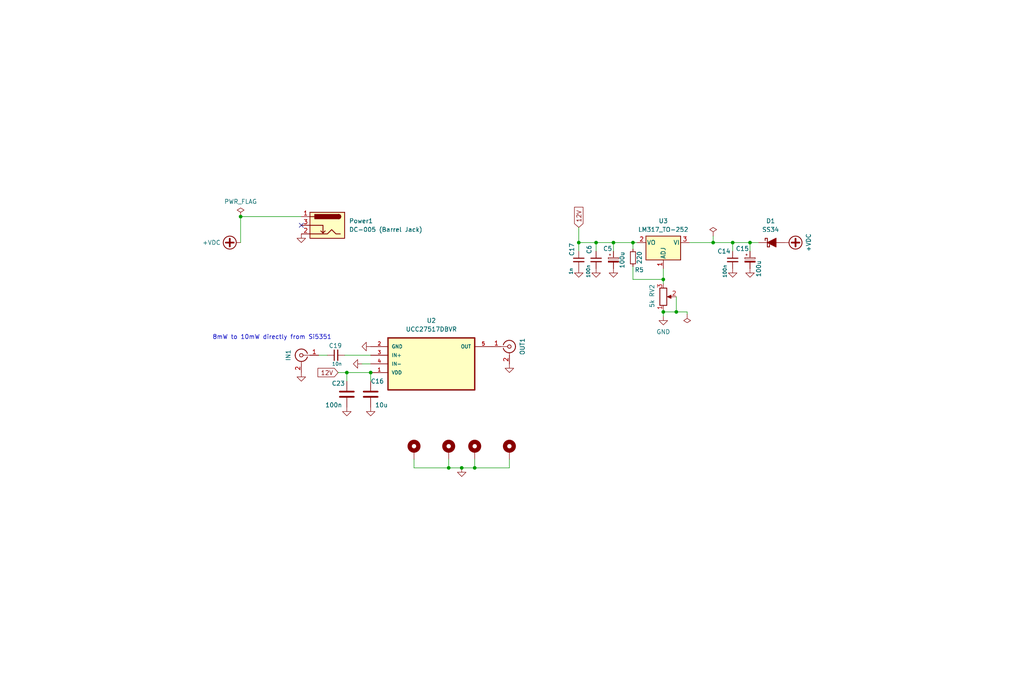
<source format=kicad_sch>
(kicad_sch (version 20230121) (generator eeschema)
  (paper "User" 299.999 200)
  (title_block (title "Easy-PA-With-TR-Switch") (date "2023-11-05") (rev "Revision 7.1") (company "Author: Dhiru Kholia (VU3CER)") (comment 1 "Designed for https://github.com/kholia/Easy-Digital-Beacons-v1 project") (comment 2 "Motivation: We need usable power on the 10m band!") (comment 3 "Based on designs from Henning Paul"))
  (lib_symbols
    (symbol "+VDC_1" (power) (pin_names (offset 0))
      (property "Value" "+VDC_1" (at 0 6.35 0))
      (symbol "+VDC_1_0_1"
        (polyline (pts (xy -1.143 3.175) (xy 1.143 3.175)) (stroke (width 0.508)))
        (polyline (pts (xy 0 0) (xy 0 1.27)))
        (polyline (pts (xy 0 2.032) (xy 0 4.318)) (stroke (width 0.508)))
        (circle (center 0 3.175) (radius 1.905) (stroke (width 0.254)))
      )
      (symbol "+VDC_1_1_1"
        (pin power_in line (at 0 0 90) (length 0) hide (name "+VDC") (number "1"))
      )
    )
    (symbol "Connector:Barrel_Jack_Switch" (pin_names hide)
      (property "Reference" "J" (at 0 5.334 0))
      (property "Value" "Barrel_Jack_Switch" (at 0 -5.08 0))
      (symbol "Barrel_Jack_Switch_0_1"
        (rectangle (start -5.08 3.81) (end 5.08 -3.81) (stroke (width 0.254)) (fill (type background)))
        (arc (start -3.302 3.175) (mid -3.9343 2.54) (end -3.302 1.905) (stroke (width 0.254)))
        (arc (start -3.302 3.175) (mid -3.9343 2.54) (end -3.302 1.905) (stroke (width 0.254)) (fill (type outline)))
        (polyline (pts (xy 1.27 -2.286) (xy 1.905 -1.651)) (stroke (width 0.254)))
        (polyline (pts (xy 5.08 2.54) (xy 3.81 2.54)) (stroke (width 0.254)))
        (polyline (pts (xy 5.08 0) (xy 1.27 0) (xy 1.27 -2.286) (xy 0.635 -1.651)) (stroke (width 0.254)))
        (polyline (pts (xy -3.81 -2.54) (xy -2.54 -2.54) (xy -1.27 -1.27) (xy 0 -2.54) (xy 2.54 -2.54) (xy 5.08 -2.54)) (stroke (width 0.254)))
        (rectangle (start 3.683 3.175) (end -3.302 1.905) (stroke (width 0.254)) (fill (type outline)))
      )
      (symbol "Barrel_Jack_Switch_1_1"
        (pin passive line (at 7.62 2.54 180) (length 2.54) (name "~") (number "1"))
        (pin passive line (at 7.62 -2.54 180) (length 2.54) (name "~") (number "2"))
        (pin passive line (at 7.62 0 180) (length 2.54) (name "~") (number "3"))
      )
    )
    (symbol "Connector:Conn_Coaxial" (pin_names (offset 1.016) hide)
      (property "Reference" "J" (at 0.254 3.048 0))
      (property "Value" "Conn_Coaxial" (at 2.921 0 90))
      (symbol "Conn_Coaxial_0_1"
        (arc (start -1.778 -0.508) (mid 0.222 -1.808) (end 1.778 0) (stroke (width 0.254)))
        (polyline (pts (xy -2.54 0) (xy -0.508 0)))
        (polyline (pts (xy 0 -2.54) (xy 0 -1.778)))
        (circle (center 0 0) (radius 0.508) (stroke (width 0.2032)))
        (arc (start 1.778 0) (mid 0.222 1.8083) (end -1.778 0.508) (stroke (width 0.254)))
      )
      (symbol "Conn_Coaxial_1_1"
        (pin passive line (at -5.08 0 0) (length 2.54) (name "In") (number "1"))
        (pin passive line (at 0 -5.08 90) (length 2.54) (name "Ext") (number "2"))
      )
    )
    (symbol "Device:C" (pin_numbers hide) (pin_names (offset 0.254))
      (property "Reference" "C" (at 0.635 2.54 0))
      (property "Value" "C" (at 0.635 -2.54 0))
      (symbol "C_0_1"
        (polyline (pts (xy -2.032 -0.762) (xy 2.032 -0.762)) (stroke (width 0.508)))
        (polyline (pts (xy -2.032 0.762) (xy 2.032 0.762)) (stroke (width 0.508)))
      )
      (symbol "C_1_1"
        (pin passive line (at 0 3.81 270) (length 2.794) (name "~") (number "1"))
        (pin passive line (at 0 -3.81 90) (length 2.794) (name "~") (number "2"))
      )
    )
    (symbol "Device:C_Polarized_Small" (pin_numbers hide) (pin_names (offset 0.254) hide)
      (property "Reference" "C" (at 0.254 1.778 0))
      (property "Value" "C_Polarized_Small" (at 0.254 -2.032 0))
      (symbol "C_Polarized_Small_0_1"
        (rectangle (start -1.524 -0.3048) (end 1.524 -0.6858) (fill (type outline)))
        (rectangle (start -1.524 0.6858) (end 1.524 0.3048))
        (polyline (pts (xy -1.27 1.524) (xy -0.762 1.524)))
        (polyline (pts (xy -1.016 1.27) (xy -1.016 1.778)))
      )
      (symbol "C_Polarized_Small_1_1"
        (pin passive line (at 0 2.54 270) (length 1.8542) (name "~") (number "1"))
        (pin passive line (at 0 -2.54 90) (length 1.8542) (name "~") (number "2"))
      )
    )
    (symbol "Device:C_Small" (pin_numbers hide) (pin_names (offset 0.254) hide)
      (property "Reference" "C" (at 0.254 1.778 0))
      (property "Value" "C_Small" (at 0.254 -2.032 0))
      (symbol "C_Small_0_1"
        (polyline (pts (xy -1.524 -0.508) (xy 1.524 -0.508)) (stroke (width 0.3302)))
        (polyline (pts (xy -1.524 0.508) (xy 1.524 0.508)) (stroke (width 0.3048)))
      )
      (symbol "C_Small_1_1"
        (pin passive line (at 0 2.54 270) (length 2.032) (name "~") (number "1"))
        (pin passive line (at 0 -2.54 90) (length 2.032) (name "~") (number "2"))
      )
    )
    (symbol "Device:R_Potentiometer" (pin_names (offset 1.016) hide)
      (property "Reference" "RV" (at -4.445 0 90))
      (property "Value" "R_Potentiometer" (at -2.54 0 90))
      (symbol "R_Potentiometer_0_1"
        (polyline (pts (xy 2.54 0) (xy 1.524 0)))
        (polyline (pts (xy 1.143 0) (xy 2.286 0.508) (xy 2.286 -0.508) (xy 1.143 0)) (fill (type outline)))
        (rectangle (start 1.016 2.54) (end -1.016 -2.54) (stroke (width 0.254)))
      )
      (symbol "R_Potentiometer_1_1"
        (pin passive line (at 0 3.81 270) (length 1.27) (name "1") (number "1"))
        (pin passive line (at 3.81 0 180) (length 1.27) (name "2") (number "2"))
        (pin passive line (at 0 -3.81 90) (length 1.27) (name "3") (number "3"))
      )
    )
    (symbol "Device:R_Small" (pin_numbers hide) (pin_names (offset 0.254) hide)
      (property "Reference" "R" (at 0.762 0.508 0))
      (property "Value" "R_Small" (at 0.762 -1.016 0))
      (symbol "R_Small_0_1"
        (rectangle (start -0.762 1.778) (end 0.762 -1.778) (stroke (width 0.2032)))
      )
      (symbol "R_Small_1_1"
        (pin passive line (at 0 2.54 270) (length 0.762) (name "~") (number "1"))
        (pin passive line (at 0 -2.54 90) (length 0.762) (name "~") (number "2"))
      )
    )
    (symbol "Mechanical:MountingHole_Pad" (pin_numbers hide) (pin_names (offset 1.016) hide)
      (property "Reference" "H" (at 0 6.35 0))
      (property "Value" "MountingHole_Pad" (at 0 4.445 0))
      (symbol "MountingHole_Pad_0_1"
        (circle (center 0 1.27) (radius 1.27) (stroke (width 1.27)))
      )
      (symbol "MountingHole_Pad_1_1"
        (pin input line (at 0 -2.54 90) (length 2.54) (name "1") (number "1"))
      )
    )
    (symbol "PCM_Diode_Schottky_AKL:SS34" (pin_numbers hide) (pin_names (offset 1.016) hide)
      (property "Reference" "D" (at 0 5.08 0))
      (property "Value" "SS34" (at 0 2.54 0))
      (symbol "SS34_0_1"
        (polyline (pts (xy -1.27 0) (xy 1.27 0)))
        (polyline (pts (xy -1.27 -1.27) (xy -1.27 1.27) (xy 1.27 0) (xy -1.27 -1.27)) (stroke (width 0.254)) (fill (type outline)))
        (polyline (pts (xy 1.905 -0.635) (xy 1.905 -1.27) (xy 1.27 -1.27) (xy 1.27 1.27) (xy 0.635 1.27) (xy 0.635 0.635)) (stroke (width 0.254)))
      )
      (symbol "SS34_1_1"
        (pin passive line (at 3.81 0 180) (length 2.54) (name "K") (number "1"))
        (pin passive line (at -3.81 0 0) (length 2.54) (name "A") (number "2"))
      )
    )
    (symbol "Regulator_Linear:LM317_TO-252" (pin_names (offset 0.254))
      (property "Reference" "U" (at -3.81 3.175 0))
      (property "Value" "LM317_TO-252" (at 0 3.175 0))
      (symbol "LM317_TO-252_0_1"
        (rectangle (start -5.08 1.905) (end 5.08 -5.08) (stroke (width 0.254)) (fill (type background)))
      )
      (symbol "LM317_TO-252_1_1"
        (pin input line (at 0 -7.62 90) (length 2.54) (name "ADJ") (number "1"))
        (pin power_out line (at 7.62 0 180) (length 2.54) (name "VO") (number "2"))
        (pin power_in line (at -7.62 0 0) (length 2.54) (name "VI") (number "3"))
      )
    )
    (symbol "UCC27517DBVR:UCC27517DBVR" (pin_names (offset 1.016))
      (property "Reference" "U" (at -12.7 8.62 0))
      (property "Value" "UCC27517DBVR" (at -12.7 -11.62 0))
      (symbol "UCC27517DBVR_0_0"
        (rectangle (start -12.7 -7.62) (end 12.7 7.62) (stroke (width 0.41)) (fill (type background)))
        (pin input line (at -17.78 -2.54 0) (length 5.08) (name "VDD") (number "1"))
        (pin input line (at -17.78 5.08 0) (length 5.08) (name "GND") (number "2"))
        (pin input line (at -17.78 2.54 0) (length 5.08) (name "IN+") (number "3"))
        (pin input line (at -17.78 0 0) (length 5.08) (name "IN-") (number "4"))
        (pin output line (at 17.78 5.08 180) (length 5.08) (name "OUT") (number "5"))
      )
    )
    (symbol "power:+VDC" (power) (pin_names (offset 0))
      (property "Value" "+VDC" (at 0 6.35 0))
      (symbol "+VDC_0_1"
        (polyline (pts (xy -1.143 3.175) (xy 1.143 3.175)) (stroke (width 0.508)))
        (polyline (pts (xy 0 0) (xy 0 1.27)))
        (polyline (pts (xy 0 2.032) (xy 0 4.318)) (stroke (width 0.508)))
        (circle (center 0 3.175) (radius 1.905) (stroke (width 0.254)))
      )
      (symbol "+VDC_1_1"
        (pin power_in line (at 0 0 90) (length 0) hide (name "+VDC") (number "1"))
      )
    )
    (symbol "power:GND" (power) (pin_names (offset 0))
      (property "Value" "GND" (at 0 -3.81 0))
      (symbol "GND_0_1"
        (polyline (pts (xy 0 0) (xy 0 -1.27) (xy 1.27 -1.27) (xy 0 -2.54) (xy -1.27 -1.27) (xy 0 -1.27)))
      )
      (symbol "GND_1_1"
        (pin power_in line (at 0 0 270) (length 0) hide (name "GND") (number "1"))
      )
    )
    (symbol "power:PWR_FLAG" (power) (pin_numbers hide) (pin_names (offset 0) hide)
      (property "Value" "PWR_FLAG" (at 0 3.81 0))
      (symbol "PWR_FLAG_0_0"
        (pin power_out line (at 0 0 90) (length 0) (name "pwr") (number "1"))
      )
      (symbol "PWR_FLAG_0_1"
        (polyline (pts (xy 0 0) (xy 0 1.27) (xy -1.016 1.905) (xy 0 2.54) (xy 1.016 1.905) (xy 0 1.27)))
      )
    )
  )
  (junction (at 185.42 71.12))
  (junction (at 108.585 109.22))
  (junction (at 214.63 71.12))
  (junction (at 131.445 137.16))
  (junction (at 135.255 137.16))
  (junction (at 208.915 71.12))
  (junction (at 101.6 109.22))
  (junction (at 174.625 71.12))
  (junction (at 139.065 137.16))
  (junction (at 194.31 81.915))
  (junction (at 194.31 91.44))
  (junction (at 198.12 91.44))
  (junction (at 169.545 71.12))
  (junction (at 179.705 71.12))
  (junction (at 219.71 71.12))
  (junction (at 70.485 63.5))
  (no_connect (at 88.265 66.04))
  (wire (pts (xy 185.42 78.105) (xy 185.42 81.915)))
  (wire (pts (xy 201.295 91.44) (xy 201.295 92.075)))
  (wire (pts (xy 214.63 71.12) (xy 219.71 71.12)))
  (wire (pts (xy 149.225 137.16) (xy 149.225 134.62)))
  (wire (pts (xy 185.42 71.12) (xy 186.69 71.12)))
  (wire (pts (xy 174.625 71.12) (xy 174.625 73.66)))
  (wire (pts (xy 219.71 71.12) (xy 219.71 73.66)))
  (wire (pts (xy 70.485 63.5) (xy 70.485 71.12)))
  (wire (pts (xy 108.585 109.22) (xy 108.585 111.76)))
  (wire (pts (xy 194.31 91.44) (xy 198.12 91.44)))
  (wire (pts (xy 70.485 63.5) (xy 88.265 63.5)))
  (wire (pts (xy 169.545 71.12) (xy 174.625 71.12)))
  (wire (pts (xy 179.705 71.12) (xy 185.42 71.12)))
  (wire (pts (xy 106.045 106.68) (xy 108.585 106.68)))
  (wire (pts (xy 219.71 71.12) (xy 222.25 71.12)))
  (wire (pts (xy 101.6 111.76) (xy 101.6 109.22)))
  (wire (pts (xy 121.285 137.16) (xy 131.445 137.16)))
  (wire (pts (xy 198.12 91.44) (xy 198.12 86.995)))
  (wire (pts (xy 169.545 71.12) (xy 169.545 73.66)))
  (wire (pts (xy 185.42 71.12) (xy 185.42 73.025)))
  (wire (pts (xy 131.445 134.62) (xy 131.445 137.16)))
  (wire (pts (xy 179.705 71.12) (xy 179.705 73.66)))
  (wire (pts (xy 121.285 134.62) (xy 121.285 137.16)))
  (wire (pts (xy 101.6 109.22) (xy 108.585 109.22)))
  (wire (pts (xy 169.545 66.675) (xy 169.545 71.12)))
  (wire (pts (xy 201.93 71.12) (xy 208.915 71.12)))
  (wire (pts (xy 93.345 104.14) (xy 95.885 104.14)))
  (wire (pts (xy 174.625 71.12) (xy 179.705 71.12)))
  (wire (pts (xy 99.06 109.22) (xy 101.6 109.22)))
  (wire (pts (xy 208.915 69.215) (xy 208.915 71.12)))
  (wire (pts (xy 135.255 137.16) (xy 139.065 137.16)))
  (wire (pts (xy 139.065 137.16) (xy 149.225 137.16)))
  (wire (pts (xy 194.31 91.44) (xy 194.31 90.805)))
  (wire (pts (xy 100.965 104.14) (xy 108.585 104.14)))
  (wire (pts (xy 185.42 81.915) (xy 194.31 81.915)))
  (wire (pts (xy 131.445 137.16) (xy 135.255 137.16)))
  (wire (pts (xy 208.915 71.12) (xy 214.63 71.12)))
  (wire (pts (xy 194.31 78.74) (xy 194.31 81.915)))
  (wire (pts (xy 194.31 81.915) (xy 194.31 83.185)))
  (wire (pts (xy 198.12 91.44) (xy 201.295 91.44)))
  (wire (pts (xy 194.31 92.71) (xy 194.31 91.44)))
  (wire (pts (xy 214.63 71.12) (xy 214.63 73.66)))
  (wire (pts (xy 139.065 134.62) (xy 139.065 137.16)))
  (text "8mW to 10mW directly from Si5351" (at 97.155 99.695 0) (effects (font (size 1.27 1.27)) (justify right bottom)))
  (global_label "12V" (shape input) (at 169.545 66.675 90) (property "Intersheetrefs" "${INTERSHEET_REFS}" (effects hide)))
  (global_label "12V" (shape input) (at 99.06 109.22 180) (property "Intersheetrefs" "${INTERSHEET_REFS}" (effects hide)))
  (symbol (lib_id "Device:C_Polarized_Small") (at 179.705 76.2 0) (unit 1)
    (property "Reference" "C5" (at 176.657 72.898 0) (effects (justify left)))
    (property "Value" "100u" (at 182.245 78.74 90) (effects (justify left)))
    (property "Footprint" "Capacitor_THT:CP_Radial_D5.0mm_P2.50mm" (effects hide))
  )
  (symbol (lib_id "power:+VDC") (at 70.485 71.12 90) (unit 1)
    (property "Reference" "#PWR0110" (effects hide))
    (property "Value" "+VDC" (at 64.6684 71.12 90) (effects (justify left)))
  )
  (symbol (lib_id "power:PWR_FLAG") (at 70.485 63.5 0) (unit 1)
    (property "Reference" "#FLG0103" (effects hide))
    (property "Value" "PWR_FLAG" (at 70.485 59.1058 0))
  )
  (symbol (lib_id "power:GND") (at 88.265 109.22 0) (unit 1)
    (property "Reference" "#PWR0106" (effects hide))
    (property "Value" "GND" (effects hide))
  )
  (symbol (lib_id "Device:C_Small") (at 174.625 76.2 0) (unit 1)
    (property "Reference" "C6" (at 172.593 73.152 90))
    (property "Value" "100n" (at 172.339 79.502 90) (effects (font (size 0.9906 0.9906))))
    (property "Footprint" "Capacitor_SMD:C_1206_3216Metric_Pad1.33x1.80mm_HandSolder" (effects hide))
  )
  (symbol (lib_id "Device:C") (at 101.6 115.57 0) (unit 1)
    (property "Reference" "C23" (at 97.155 112.395 0) (effects (justify left)))
    (property "Value" "100n" (at 95.25 118.745 0) (effects (justify left)))
    (property "Footprint" "Capacitor_SMD:C_1206_3216Metric_Pad1.33x1.80mm_HandSolder" (effects hide))
  )
  (symbol (lib_id "Device:R_Potentiometer") (at 194.31 86.995 0) (mirror x) (unit 1)
    (property "Reference" "RV2" (at 191.008 85.217 90))
    (property "Value" "5k" (at 191.008 89.027 90))
    (property "Footprint" "Potentiometer_THT:Potentiometer_Runtron_RM-065_Vertical" (effects hide))
  )
  (symbol (lib_name "+VDC_1") (lib_id "power:+VDC") (at 229.87 71.12 270) (unit 1)
    (property "Reference" "#PWR014" (effects hide))
    (property "Value" "+VDC" (at 236.855 71.12 0))
  )
  (symbol (lib_id "power:GND") (at 106.045 106.68 270) (unit 1)
    (property "Reference" "#PWR04" (effects hide))
    (property "Value" "GND" (effects hide))
  )
  (symbol (lib_id "Device:C_Polarized_Small") (at 219.71 76.2 0) (unit 1)
    (property "Reference" "C15" (at 215.519 72.898 0) (effects (justify left)))
    (property "Value" "100u" (at 222.25 81.28 90) (effects (justify left)))
    (property "Footprint" "Capacitor_THT:CP_Radial_D5.0mm_P2.50mm" (effects hide))
  )
  (symbol (lib_id "Connector:Conn_Coaxial") (at 88.265 104.14 0) (mirror y) (unit 1)
    (property "Reference" "IN1" (at 84.455 104.14 90))
    (property "Value" "SMA" (effects hide))
    (property "Footprint" "Connector_Coaxial:SMA_Samtec_SMA-J-P-X-ST-EM1_EdgeMount" (effects hide))
    (property "Datasheet" " ~" (effects hide))
  )
  (symbol (lib_id "Device:C_Small") (at 214.63 76.2 0) (unit 1)
    (property "Reference" "C14" (at 212.09 73.66 0))
    (property "Value" "100n" (at 212.344 79.502 90) (effects (font (size 0.9906 0.9906))))
    (property "Footprint" "Capacitor_SMD:C_1206_3216Metric_Pad1.33x1.80mm_HandSolder" (effects hide))
  )
  (symbol (lib_id "PCM_Diode_Schottky_AKL:SS34") (at 226.06 71.12 180) (unit 1)
    (property "Reference" "D1" (at 225.7425 64.77 0))
    (property "Value" "SS34" (at 225.7425 67.31 0))
    (property "Footprint" "Diode_SMD:D_SMA_Handsoldering" (effects hide))
    (property "Datasheet" "https://www.tme.eu/Document/4534c3d1273464918563ce78bdeb2ece/SS34-E3-57T.pdf" (effects hide))
  )
  (symbol (lib_id "power:GND") (at 179.705 78.74 0) (unit 1)
    (property "Reference" "#PWR0103" (effects hide))
    (property "Value" "GND" (effects hide))
  )
  (symbol (lib_id "power:GND") (at 194.31 92.71 0) (unit 1)
    (property "Reference" "#PWR029" (effects hide))
    (property "Value" "GND" (at 194.31 97.282 0))
  )
  (symbol (lib_id "Device:C_Small") (at 98.425 104.14 90) (unit 1)
    (property "Reference" "C19" (at 100.203 101.346 90) (effects (justify left)))
    (property "Value" "10n" (at 100.203 106.68 90) (effects (font (size 1 1)) (justify left)))
    (property "Footprint" "Capacitor_SMD:C_1206_3216Metric_Pad1.33x1.80mm_HandSolder" (effects hide))
  )
  (symbol (lib_id "power:GND") (at 101.6 119.38 0) (unit 1)
    (property "Reference" "#PWR017" (effects hide))
    (property "Value" "GNDPWR" (effects hide))
  )
  (symbol (lib_id "Device:C") (at 108.585 115.57 0) (unit 1)
    (property "Reference" "C16" (at 108.585 111.76 0) (effects (justify left)))
    (property "Value" "10u" (at 109.855 118.745 0) (effects (justify left)))
    (property "Footprint" "Capacitor_SMD:C_1206_3216Metric_Pad1.33x1.80mm_HandSolder" (effects hide))
  )
  (symbol (lib_id "power:GND") (at 88.265 68.58 0) (unit 1)
    (property "Reference" "#PWR019" (effects hide))
    (property "Value" "GNDPWR" (effects hide))
  )
  (symbol (lib_id "power:GND") (at 149.225 106.68 0) (unit 1)
    (property "Reference" "#PWR03" (effects hide))
    (property "Value" "GND" (effects hide))
  )
  (symbol (lib_id "power:PWR_FLAG") (at 201.295 92.075 180) (unit 1)
    (property "Reference" "#FLG02" (effects hide))
    (property "Value" "PWR_FLAG" (effects hide))
  )
  (symbol (lib_id "Mechanical:MountingHole_Pad") (at 139.065 132.08 0) (unit 1)
    (property "Reference" "H3" (effects hide))
    (property "Value" "MountingHole_Pad" (effects hide))
    (property "Footprint" "MountingHole:MountingHole_3.2mm_M3_Pad_Via" (effects hide))
  )
  (symbol (lib_id "power:GND") (at 219.71 78.74 0) (unit 1)
    (property "Reference" "#PWR013" (effects hide))
    (property "Value" "GND" (effects hide))
  )
  (symbol (lib_id "Device:C_Small") (at 169.545 76.2 0) (unit 1)
    (property "Reference" "C17" (at 167.513 73.152 90))
    (property "Value" "1n" (at 167.259 79.502 90) (effects (font (size 0.9906 0.9906))))
    (property "Footprint" "Capacitor_SMD:C_1206_3216Metric_Pad1.33x1.80mm_HandSolder" (effects hide))
  )
  (symbol (lib_id "power:PWR_FLAG") (at 208.915 69.215 0) (unit 1)
    (property "Reference" "#FLG01" (effects hide))
    (property "Value" "PWR_FLAG" (effects hide))
  )
  (symbol (lib_id "Mechanical:MountingHole_Pad") (at 131.445 132.08 0) (unit 1)
    (property "Reference" "H2" (effects hide))
    (property "Value" "MountingHole_Pad" (effects hide))
    (property "Footprint" "MountingHole:MountingHole_3.2mm_M3_Pad_Via" (effects hide))
  )
  (symbol (lib_id "Connector:Conn_Coaxial") (at 149.225 101.6 0) (unit 1)
    (property "Reference" "OUT1" (at 153.035 101.6 90))
    (property "Value" "SMA" (effects hide))
    (property "Footprint" "Connector_Coaxial:SMA_Samtec_SMA-J-P-X-ST-EM1_EdgeMount" (effects hide))
    (property "Datasheet" " ~" (effects hide))
  )
  (symbol (lib_id "power:GND") (at 108.585 101.6 270) (unit 1)
    (property "Reference" "#PWR02" (effects hide))
    (property "Value" "GND" (effects hide))
  )
  (symbol (lib_id "Regulator_Linear:LM317_TO-252") (at 194.31 71.12 0) (mirror y) (unit 1)
    (property "Reference" "U3" (at 194.31 64.77 0))
    (property "Value" "LM317_TO-252" (at 194.31 67.31 0))
    (property "Footprint" "Package_TO_SOT_SMD:TO-252-2" (effects hide))
    (property "Datasheet" "http://www.ti.com/lit/ds/snvs774n/snvs774n.pdf" (effects hide))
  )
  (symbol (lib_id "Device:R_Small") (at 185.42 75.565 0) (unit 1)
    (property "Reference" "R5" (at 185.928 79.121 0) (effects (justify left)))
    (property "Value" "220" (at 187.325 77.47 90) (effects (justify left)))
    (property "Footprint" "Resistor_SMD:R_1206_3216Metric_Pad1.30x1.75mm_HandSolder" (effects hide))
  )
  (symbol (lib_id "power:GND") (at 135.255 137.16 0) (unit 1)
    (property "Reference" "#PWR01" (effects hide))
    (property "Value" "GNDPWR" (effects hide))
  )
  (symbol (lib_id "Mechanical:MountingHole_Pad") (at 149.225 132.08 0) (mirror y) (unit 1)
    (property "Reference" "H4" (effects hide))
    (property "Value" "MountingHole_Pad" (effects hide))
    (property "Footprint" "MountingHole:MountingHole_3.2mm_M3_Pad_Via" (effects hide))
  )
  (symbol (lib_id "Connector:Barrel_Jack_Switch") (at 95.885 66.04 0) (mirror y) (unit 1)
    (property "Reference" "Power1" (at 102.235 64.7699 0) (effects (justify right)))
    (property "Value" "DC-005 (Barrel Jack)" (at 102.235 67.3099 0) (effects (justify right)))
    (property "Footprint" "footprints:XKB_DC-005-5A-2.0_Modded" (effects hide))
  )
  (symbol (lib_id "UCC27517DBVR:UCC27517DBVR") (at 126.365 106.68 0) (unit 1)
    (property "Reference" "U2" (at 126.365 93.98 0))
    (property "Value" "UCC27517DBVR" (at 126.365 96.52 0))
    (property "Footprint" "Package_TO_SOT_SMD:SOT-23-5_HandSoldering" (effects hide))
    (property "MF" "Texas Instruments" (effects hide))
    (property "Description" "\n4-A/4-A single-channel gate driver with 5-V UVLO and 13-ns prop delay in SOT-23 package\n" (effects hide))
    (property "Package" "SOT-23-5 Texas Instruments" (effects hide))
    (property "Price" "None" (effects hide))
    (property "SnapEDA_Link" "https://www.snapeda.com/parts/UCC27517DBVR/Texas+Instruments/view-part/?ref=snap" (effects hide))
    (property "MP" "UCC27517DBVR" (effects hide))
    (property "Purchase-URL" "https://pricing.snapeda.com/search?q=UCC27517DBVR&ref=eda" (effects hide))
    (property "Availability" "In Stock" (effects hide))
    (property "Check_prices" "https://www.snapeda.com/parts/UCC27517DBVR/Texas+Instruments/view-part/?ref=eda" (effects hide))
  )
  (symbol (lib_id "power:GND") (at 169.545 78.74 0) (unit 1)
    (property "Reference" "#PWR028" (effects hide))
    (property "Value" "GND" (effects hide))
  )
  (symbol (lib_id "power:GND") (at 214.63 78.74 0) (unit 1)
    (property "Reference" "#PWR012" (effects hide))
    (property "Value" "GND" (effects hide))
  )
  (symbol (lib_id "power:GND") (at 108.585 119.38 0) (unit 1)
    (property "Reference" "#PWR027" (effects hide))
    (property "Value" "GNDPWR" (effects hide))
  )
  (symbol (lib_id "power:GND") (at 174.625 78.74 0) (unit 1)
    (property "Reference" "#PWR0105" (effects hide))
    (property "Value" "GND" (effects hide))
  )
  (symbol (lib_id "Mechanical:MountingHole_Pad") (at 121.285 132.08 0) (unit 1)
    (property "Reference" "H1" (effects hide))
    (property "Value" "MountingHole_Pad" (effects hide))
    (property "Footprint" "MountingHole:MountingHole_3.2mm_M3_Pad_Via" (effects hide))
  )
)
</source>
